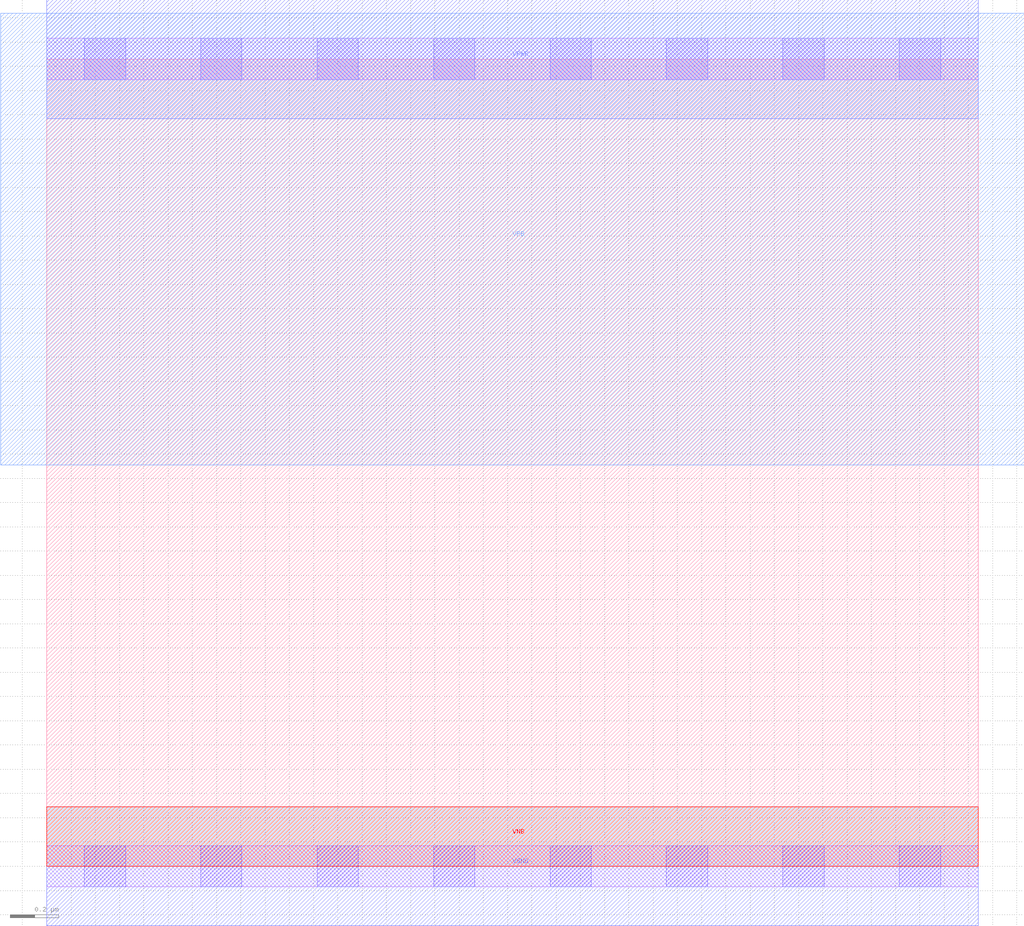
<source format=lef>
# Copyright 2020 The SkyWater PDK Authors
#
# Licensed under the Apache License, Version 2.0 (the "License");
# you may not use this file except in compliance with the License.
# You may obtain a copy of the License at
#
#     https://www.apache.org/licenses/LICENSE-2.0
#
# Unless required by applicable law or agreed to in writing, software
# distributed under the License is distributed on an "AS IS" BASIS,
# WITHOUT WARRANTIES OR CONDITIONS OF ANY KIND, either express or implied.
# See the License for the specific language governing permissions and
# limitations under the License.
#
# SPDX-License-Identifier: Apache-2.0

VERSION 5.7 ;
  NOWIREEXTENSIONATPIN ON ;
  DIVIDERCHAR "/" ;
  BUSBITCHARS "[]" ;
MACRO sky130_fd_sc_lp__fill_8
  CLASS CORE SPACER ;
  FOREIGN sky130_fd_sc_lp__fill_8 ;
  ORIGIN  0.000000  0.000000 ;
  SIZE  3.840000 BY  3.330000 ;
  SYMMETRY X Y R90 ;
  SITE unit ;
  PIN VNB
    PORT
      LAYER pwell ;
        RECT 0.000000 0.000000 3.840000 0.245000 ;
    END
  END VNB
  PIN VPB
    PORT
      LAYER nwell ;
        RECT -0.190000 1.655000 4.030000 3.520000 ;
    END
  END VPB
  PIN VGND
    DIRECTION INOUT ;
    USE GROUND ;
    PORT
      LAYER met1 ;
        RECT 0.000000 -0.245000 3.840000 0.245000 ;
    END
  END VGND
  PIN VPWR
    DIRECTION INOUT ;
    USE POWER ;
    PORT
      LAYER met1 ;
        RECT 0.000000 3.085000 3.840000 3.575000 ;
    END
  END VPWR
  OBS
    LAYER li1 ;
      RECT 0.000000 -0.085000 3.840000 0.085000 ;
      RECT 0.000000  3.245000 3.840000 3.415000 ;
    LAYER mcon ;
      RECT 0.155000 -0.085000 0.325000 0.085000 ;
      RECT 0.155000  3.245000 0.325000 3.415000 ;
      RECT 0.635000 -0.085000 0.805000 0.085000 ;
      RECT 0.635000  3.245000 0.805000 3.415000 ;
      RECT 1.115000 -0.085000 1.285000 0.085000 ;
      RECT 1.115000  3.245000 1.285000 3.415000 ;
      RECT 1.595000 -0.085000 1.765000 0.085000 ;
      RECT 1.595000  3.245000 1.765000 3.415000 ;
      RECT 2.075000 -0.085000 2.245000 0.085000 ;
      RECT 2.075000  3.245000 2.245000 3.415000 ;
      RECT 2.555000 -0.085000 2.725000 0.085000 ;
      RECT 2.555000  3.245000 2.725000 3.415000 ;
      RECT 3.035000 -0.085000 3.205000 0.085000 ;
      RECT 3.035000  3.245000 3.205000 3.415000 ;
      RECT 3.515000 -0.085000 3.685000 0.085000 ;
      RECT 3.515000  3.245000 3.685000 3.415000 ;
  END
END sky130_fd_sc_lp__fill_8
END LIBRARY

</source>
